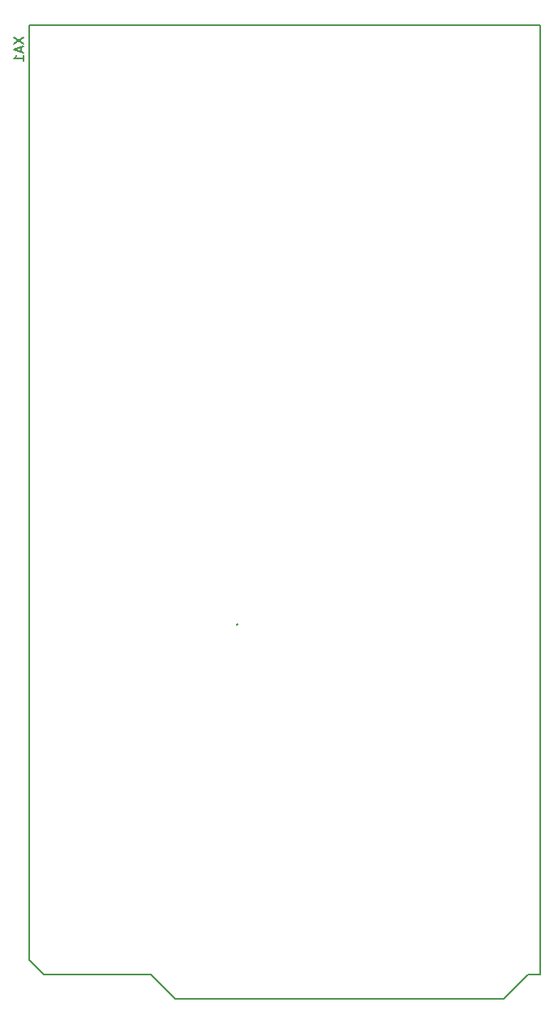
<source format=gbr>
G04 #@! TF.GenerationSoftware,KiCad,Pcbnew,(5.1.6)-1*
G04 #@! TF.CreationDate,2021-03-30T11:51:48-05:00*
G04 #@! TF.ProjectId,ControllerPCB,436f6e74-726f-46c6-9c65-725043422e6b,rev?*
G04 #@! TF.SameCoordinates,Original*
G04 #@! TF.FileFunction,Legend,Bot*
G04 #@! TF.FilePolarity,Positive*
%FSLAX46Y46*%
G04 Gerber Fmt 4.6, Leading zero omitted, Abs format (unit mm)*
G04 Created by KiCad (PCBNEW (5.1.6)-1) date 2021-03-30 11:51:48*
%MOMM*%
%LPD*%
G01*
G04 APERTURE LIST*
%ADD10C,0.150000*%
G04 APERTURE END LIST*
D10*
X56160000Y-46000000D02*
X56160000Y-143536000D01*
X109500000Y-46000000D02*
X109500000Y-145060000D01*
X56160000Y-143536000D02*
X57684000Y-145060000D01*
X109500000Y-145060000D02*
X108230000Y-145060000D01*
X108230000Y-145060000D02*
X105690000Y-147600000D01*
X105690000Y-147600000D02*
X71400000Y-147600000D01*
X71400000Y-147600000D02*
X68860000Y-145060000D01*
X68860000Y-145060000D02*
X57684000Y-145060000D01*
X56160000Y-46000000D02*
X109500000Y-46000000D01*
X54596380Y-47301904D02*
X55596380Y-47968571D01*
X54596380Y-47968571D02*
X55596380Y-47301904D01*
X55310666Y-48301904D02*
X55310666Y-48778095D01*
X55596380Y-48206666D02*
X54596380Y-48540000D01*
X55596380Y-48873333D01*
X55596380Y-49730476D02*
X55596380Y-49159047D01*
X55596380Y-49444761D02*
X54596380Y-49444761D01*
X54739238Y-49349523D01*
X54834476Y-49254285D01*
X54882095Y-49159047D01*
X77853142Y-108484000D02*
X77900761Y-108531619D01*
X77948380Y-108484000D01*
X77900761Y-108436380D01*
X77853142Y-108484000D01*
X77948380Y-108484000D01*
M02*

</source>
